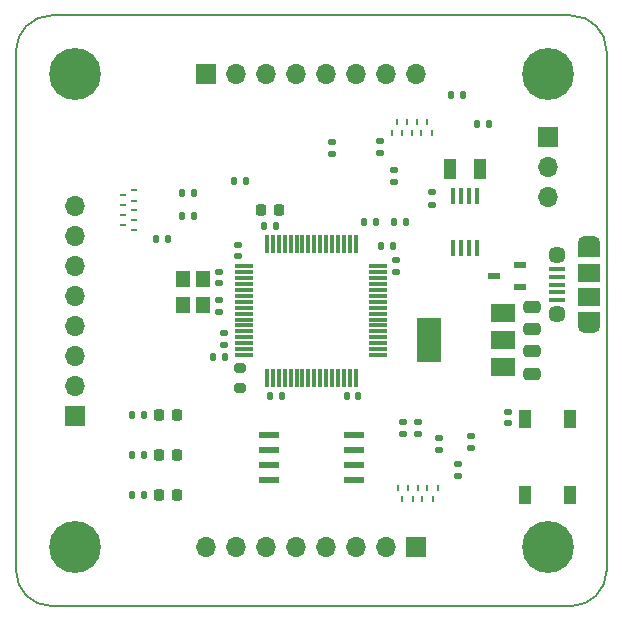
<source format=gts>
%TF.GenerationSoftware,KiCad,Pcbnew,(6.0.9)*%
%TF.CreationDate,2022-12-06T19:37:18-05:00*%
%TF.ProjectId,cdh-devkit,6364682d-6465-4766-9b69-742e6b696361,rev?*%
%TF.SameCoordinates,Original*%
%TF.FileFunction,Soldermask,Top*%
%TF.FilePolarity,Negative*%
%FSLAX46Y46*%
G04 Gerber Fmt 4.6, Leading zero omitted, Abs format (unit mm)*
G04 Created by KiCad (PCBNEW (6.0.9)) date 2022-12-06 19:37:18*
%MOMM*%
%LPD*%
G01*
G04 APERTURE LIST*
G04 Aperture macros list*
%AMRoundRect*
0 Rectangle with rounded corners*
0 $1 Rounding radius*
0 $2 $3 $4 $5 $6 $7 $8 $9 X,Y pos of 4 corners*
0 Add a 4 corners polygon primitive as box body*
4,1,4,$2,$3,$4,$5,$6,$7,$8,$9,$2,$3,0*
0 Add four circle primitives for the rounded corners*
1,1,$1+$1,$2,$3*
1,1,$1+$1,$4,$5*
1,1,$1+$1,$6,$7*
1,1,$1+$1,$8,$9*
0 Add four rect primitives between the rounded corners*
20,1,$1+$1,$2,$3,$4,$5,0*
20,1,$1+$1,$4,$5,$6,$7,0*
20,1,$1+$1,$6,$7,$8,$9,0*
20,1,$1+$1,$8,$9,$2,$3,0*%
G04 Aperture macros list end*
%TA.AperFunction,Profile*%
%ADD10C,0.200000*%
%TD*%
%ADD11R,1.700000X1.700000*%
%ADD12O,1.700000X1.700000*%
%ADD13RoundRect,0.135000X0.185000X-0.135000X0.185000X0.135000X-0.185000X0.135000X-0.185000X-0.135000X0*%
%ADD14RoundRect,0.135000X-0.185000X0.135000X-0.185000X-0.135000X0.185000X-0.135000X0.185000X0.135000X0*%
%ADD15R,1.050000X0.600000*%
%ADD16RoundRect,0.140000X0.170000X-0.140000X0.170000X0.140000X-0.170000X0.140000X-0.170000X-0.140000X0*%
%ADD17RoundRect,0.140000X0.140000X0.170000X-0.140000X0.170000X-0.140000X-0.170000X0.140000X-0.170000X0*%
%ADD18R,0.600000X0.200000*%
%ADD19RoundRect,0.135000X-0.135000X-0.185000X0.135000X-0.185000X0.135000X0.185000X-0.135000X0.185000X0*%
%ADD20RoundRect,0.135000X0.135000X0.185000X-0.135000X0.185000X-0.135000X-0.185000X0.135000X-0.185000X0*%
%ADD21RoundRect,0.225000X-0.225000X-0.250000X0.225000X-0.250000X0.225000X0.250000X-0.225000X0.250000X0*%
%ADD22R,1.000000X1.600000*%
%ADD23RoundRect,0.075000X-0.700000X-0.075000X0.700000X-0.075000X0.700000X0.075000X-0.700000X0.075000X0*%
%ADD24RoundRect,0.075000X-0.075000X-0.700000X0.075000X-0.700000X0.075000X0.700000X-0.075000X0.700000X0*%
%ADD25RoundRect,0.218750X-0.218750X-0.256250X0.218750X-0.256250X0.218750X0.256250X-0.218750X0.256250X0*%
%ADD26C,4.400000*%
%ADD27RoundRect,0.140000X-0.170000X0.140000X-0.170000X-0.140000X0.170000X-0.140000X0.170000X0.140000X0*%
%ADD28RoundRect,0.200000X0.275000X-0.200000X0.275000X0.200000X-0.275000X0.200000X-0.275000X-0.200000X0*%
%ADD29R,0.406400X1.371600*%
%ADD30R,2.000000X1.500000*%
%ADD31R,2.000000X3.800000*%
%ADD32RoundRect,0.040600X-0.764400X-0.249400X0.764400X-0.249400X0.764400X0.249400X-0.764400X0.249400X0*%
%ADD33R,0.200000X0.600000*%
%ADD34R,1.350000X0.400000*%
%ADD35O,1.900000X1.200000*%
%ADD36R,1.900000X1.500000*%
%ADD37R,1.900000X1.200000*%
%ADD38C,1.450000*%
%ADD39RoundRect,0.140000X-0.140000X-0.170000X0.140000X-0.170000X0.140000X0.170000X-0.140000X0.170000X0*%
%ADD40R,1.200000X1.400000*%
%ADD41RoundRect,0.250000X-0.475000X0.250000X-0.475000X-0.250000X0.475000X-0.250000X0.475000X0.250000X0*%
%ADD42R,1.000000X1.800000*%
G04 APERTURE END LIST*
D10*
X67000000Y-70000000D02*
G75*
G03*
X70000000Y-67000000I0J3000000D01*
G01*
X20000000Y-67000000D02*
X20000000Y-23000000D01*
X70000000Y-23000000D02*
X70000000Y-67000000D01*
X23000000Y-20000000D02*
G75*
G03*
X20000000Y-23000000I0J-3000000D01*
G01*
X20000000Y-67000000D02*
G75*
G03*
X23000000Y-70000000I3000000J0D01*
G01*
X23000000Y-20000000D02*
X67000000Y-20000000D01*
X70000000Y-23000000D02*
G75*
G03*
X67000000Y-20000000I-3000000J0D01*
G01*
X67000000Y-70000000D02*
X23000000Y-70000000D01*
D11*
%TO.C,J3*%
X53875000Y-65000000D03*
D12*
X51335000Y-65000000D03*
X48795000Y-65000000D03*
X46255000Y-65000000D03*
X43715000Y-65000000D03*
X41175000Y-65000000D03*
X38635000Y-65000000D03*
X36095000Y-65000000D03*
%TD*%
D13*
%TO.C,R18*%
X52000000Y-34110000D03*
X52000000Y-33090000D03*
%TD*%
D14*
%TO.C,R10*%
X55800000Y-55740000D03*
X55800000Y-56760000D03*
%TD*%
D15*
%TO.C,D4*%
X62650000Y-43000000D03*
X62650000Y-41100000D03*
X60450000Y-42050000D03*
%TD*%
D16*
%TO.C,C3*%
X38800000Y-40360000D03*
X38800000Y-39400000D03*
%TD*%
D14*
%TO.C,R6*%
X57400000Y-57940000D03*
X57400000Y-58960000D03*
%TD*%
D17*
%TO.C,C9*%
X48980000Y-52200000D03*
X48020000Y-52200000D03*
%TD*%
D18*
%TO.C,U4*%
X29975000Y-38180000D03*
X29975000Y-37280000D03*
X29975000Y-36480000D03*
X29975000Y-35680000D03*
X29975000Y-34780000D03*
X29025000Y-35180000D03*
X29025000Y-36080000D03*
X29025000Y-36880000D03*
X29025000Y-37780000D03*
%TD*%
D19*
%TO.C,R15*%
X38440000Y-34000000D03*
X39460000Y-34000000D03*
%TD*%
D20*
%TO.C,R21*%
X30812500Y-57230000D03*
X29792500Y-57230000D03*
%TD*%
D21*
%TO.C,C1*%
X40725000Y-36500000D03*
X42275000Y-36500000D03*
%TD*%
D11*
%TO.C,J2*%
X36125000Y-25000000D03*
D12*
X38665000Y-25000000D03*
X41205000Y-25000000D03*
X43745000Y-25000000D03*
X46285000Y-25000000D03*
X48825000Y-25000000D03*
X51365000Y-25000000D03*
X53905000Y-25000000D03*
%TD*%
D22*
%TO.C,S1*%
X63100000Y-60600000D03*
X63100000Y-54200000D03*
X66900000Y-60600000D03*
X66900000Y-54200000D03*
%TD*%
D23*
%TO.C,U2*%
X39325000Y-41250000D03*
X39325000Y-41750000D03*
X39325000Y-42250000D03*
X39325000Y-42750000D03*
X39325000Y-43250000D03*
X39325000Y-43750000D03*
X39325000Y-44250000D03*
X39325000Y-44750000D03*
X39325000Y-45250000D03*
X39325000Y-45750000D03*
X39325000Y-46250000D03*
X39325000Y-46750000D03*
X39325000Y-47250000D03*
X39325000Y-47750000D03*
X39325000Y-48250000D03*
X39325000Y-48750000D03*
D24*
X41250000Y-50675000D03*
X41750000Y-50675000D03*
X42250000Y-50675000D03*
X42750000Y-50675000D03*
X43250000Y-50675000D03*
X43750000Y-50675000D03*
X44250000Y-50675000D03*
X44750000Y-50675000D03*
X45250000Y-50675000D03*
X45750000Y-50675000D03*
X46250000Y-50675000D03*
X46750000Y-50675000D03*
X47250000Y-50675000D03*
X47750000Y-50675000D03*
X48250000Y-50675000D03*
X48750000Y-50675000D03*
D23*
X50675000Y-48750000D03*
X50675000Y-48250000D03*
X50675000Y-47750000D03*
X50675000Y-47250000D03*
X50675000Y-46750000D03*
X50675000Y-46250000D03*
X50675000Y-45750000D03*
X50675000Y-45250000D03*
X50675000Y-44750000D03*
X50675000Y-44250000D03*
X50675000Y-43750000D03*
X50675000Y-43250000D03*
X50675000Y-42750000D03*
X50675000Y-42250000D03*
X50675000Y-41750000D03*
X50675000Y-41250000D03*
D24*
X48750000Y-39325000D03*
X48250000Y-39325000D03*
X47750000Y-39325000D03*
X47250000Y-39325000D03*
X46750000Y-39325000D03*
X46250000Y-39325000D03*
X45750000Y-39325000D03*
X45250000Y-39325000D03*
X44750000Y-39325000D03*
X44250000Y-39325000D03*
X43750000Y-39325000D03*
X43250000Y-39325000D03*
X42750000Y-39325000D03*
X42250000Y-39325000D03*
X41750000Y-39325000D03*
X41250000Y-39325000D03*
%TD*%
D19*
%TO.C,R16*%
X34040000Y-35000000D03*
X35060000Y-35000000D03*
%TD*%
D25*
%TO.C,D3*%
X32095000Y-57190000D03*
X33670000Y-57190000D03*
%TD*%
D17*
%TO.C,C13*%
X37680000Y-48900000D03*
X36720000Y-48900000D03*
%TD*%
D20*
%TO.C,R3*%
X60060000Y-29200000D03*
X59040000Y-29200000D03*
%TD*%
D26*
%TO.C,H3*%
X25000000Y-65000000D03*
%TD*%
D27*
%TO.C,C4*%
X37170000Y-41730000D03*
X37170000Y-42690000D03*
%TD*%
D19*
%TO.C,R11*%
X31840000Y-38950000D03*
X32860000Y-38950000D03*
%TD*%
D28*
%TO.C,R22*%
X38950000Y-51525000D03*
X38950000Y-49875000D03*
%TD*%
D29*
%TO.C,U7*%
X58990600Y-35315600D03*
X58330200Y-35315600D03*
X57669800Y-35315600D03*
X57009400Y-35315600D03*
X57009400Y-39684400D03*
X57669800Y-39684400D03*
X58330200Y-39684400D03*
X58990600Y-39684400D03*
%TD*%
D13*
%TO.C,R5*%
X46750000Y-31760000D03*
X46750000Y-30740000D03*
%TD*%
D16*
%TO.C,C12*%
X37600000Y-47880000D03*
X37600000Y-46920000D03*
%TD*%
D30*
%TO.C,U1*%
X61250000Y-49800000D03*
D31*
X54950000Y-47500000D03*
D30*
X61250000Y-47500000D03*
X61250000Y-45200000D03*
%TD*%
D13*
%TO.C,R13*%
X55200000Y-36010000D03*
X55200000Y-34990000D03*
%TD*%
%TO.C,R9*%
X54050000Y-55460000D03*
X54050000Y-54440000D03*
%TD*%
D20*
%TO.C,R2*%
X30812500Y-53795000D03*
X29792500Y-53795000D03*
%TD*%
D19*
%TO.C,R12*%
X34040000Y-37000000D03*
X35060000Y-37000000D03*
%TD*%
%TO.C,R19*%
X51990000Y-37500000D03*
X53010000Y-37500000D03*
%TD*%
D32*
%TO.C,U3*%
X41395000Y-55545000D03*
X41395000Y-56815000D03*
X41395000Y-58085000D03*
X41395000Y-59355000D03*
X48605000Y-59355000D03*
X48605000Y-58085000D03*
X48605000Y-56815000D03*
X48605000Y-55545000D03*
%TD*%
D13*
%TO.C,R7*%
X52750000Y-55460000D03*
X52750000Y-54440000D03*
%TD*%
D25*
%TO.C,D1*%
X32095000Y-53795000D03*
X33670000Y-53795000D03*
%TD*%
D14*
%TO.C,R8*%
X58550000Y-55590000D03*
X58550000Y-56610000D03*
%TD*%
D27*
%TO.C,C7*%
X52200000Y-40720000D03*
X52200000Y-41680000D03*
%TD*%
D33*
%TO.C,U6*%
X55700000Y-60025000D03*
X54800000Y-60025000D03*
X54000000Y-60025000D03*
X53200000Y-60025000D03*
X52300000Y-60025000D03*
X52700000Y-60975000D03*
X53600000Y-60975000D03*
X54400000Y-60975000D03*
X55300000Y-60975000D03*
%TD*%
D34*
%TO.C,J4*%
X65837500Y-44100000D03*
X65837500Y-43450000D03*
X65837500Y-42800000D03*
X65837500Y-42150000D03*
X65837500Y-41500000D03*
D35*
X68537500Y-39300000D03*
D36*
X68537500Y-43800000D03*
X68537500Y-41800000D03*
D37*
X68537500Y-39900000D03*
D35*
X68537500Y-46300000D03*
D38*
X65837500Y-45300000D03*
D37*
X68537500Y-45700000D03*
D38*
X65837500Y-40300000D03*
%TD*%
D11*
%TO.C,J1*%
X25000000Y-53875000D03*
D12*
X25000000Y-51335000D03*
X25000000Y-48795000D03*
X25000000Y-46255000D03*
X25000000Y-43715000D03*
X25000000Y-41175000D03*
X25000000Y-38635000D03*
X25000000Y-36095000D03*
%TD*%
D20*
%TO.C,R1*%
X30812500Y-60585000D03*
X29792500Y-60585000D03*
%TD*%
D26*
%TO.C,H1*%
X25000000Y-25000000D03*
%TD*%
D11*
%TO.C,J5*%
X65000000Y-30250000D03*
D12*
X65000000Y-32790000D03*
X65000000Y-35330000D03*
%TD*%
D20*
%TO.C,R20*%
X50510000Y-37500000D03*
X49490000Y-37500000D03*
%TD*%
D17*
%TO.C,C10*%
X42500000Y-52200000D03*
X41540000Y-52200000D03*
%TD*%
D16*
%TO.C,C8*%
X37170000Y-45070000D03*
X37170000Y-44110000D03*
%TD*%
D19*
%TO.C,R4*%
X56840000Y-26750000D03*
X57860000Y-26750000D03*
%TD*%
D13*
%TO.C,R17*%
X50800000Y-31660000D03*
X50800000Y-30640000D03*
%TD*%
D26*
%TO.C,H4*%
X65000000Y-65000000D03*
%TD*%
D39*
%TO.C,C5*%
X41020000Y-37790000D03*
X41980000Y-37790000D03*
%TD*%
D27*
%TO.C,C11*%
X61650000Y-53580000D03*
X61650000Y-54540000D03*
%TD*%
D33*
%TO.C,U5*%
X51820000Y-29975000D03*
X52720000Y-29975000D03*
X53520000Y-29975000D03*
X54320000Y-29975000D03*
X55220000Y-29975000D03*
X54820000Y-29025000D03*
X53920000Y-29025000D03*
X53120000Y-29025000D03*
X52220000Y-29025000D03*
%TD*%
D40*
%TO.C,Y1*%
X34100000Y-42300000D03*
X34100000Y-44500000D03*
X35800000Y-44500000D03*
X35800000Y-42300000D03*
%TD*%
D25*
%TO.C,D2*%
X32095000Y-60585000D03*
X33670000Y-60585000D03*
%TD*%
D26*
%TO.C,H2*%
X65000000Y-25000000D03*
%TD*%
D41*
%TO.C,C2*%
X63700000Y-44650000D03*
X63700000Y-46550000D03*
%TD*%
D42*
%TO.C,Y2*%
X59250000Y-33000000D03*
X56750000Y-33000000D03*
%TD*%
D41*
%TO.C,C6*%
X63700000Y-48450000D03*
X63700000Y-50350000D03*
%TD*%
D19*
%TO.C,R14*%
X50890000Y-39550000D03*
X51910000Y-39550000D03*
%TD*%
M02*

</source>
